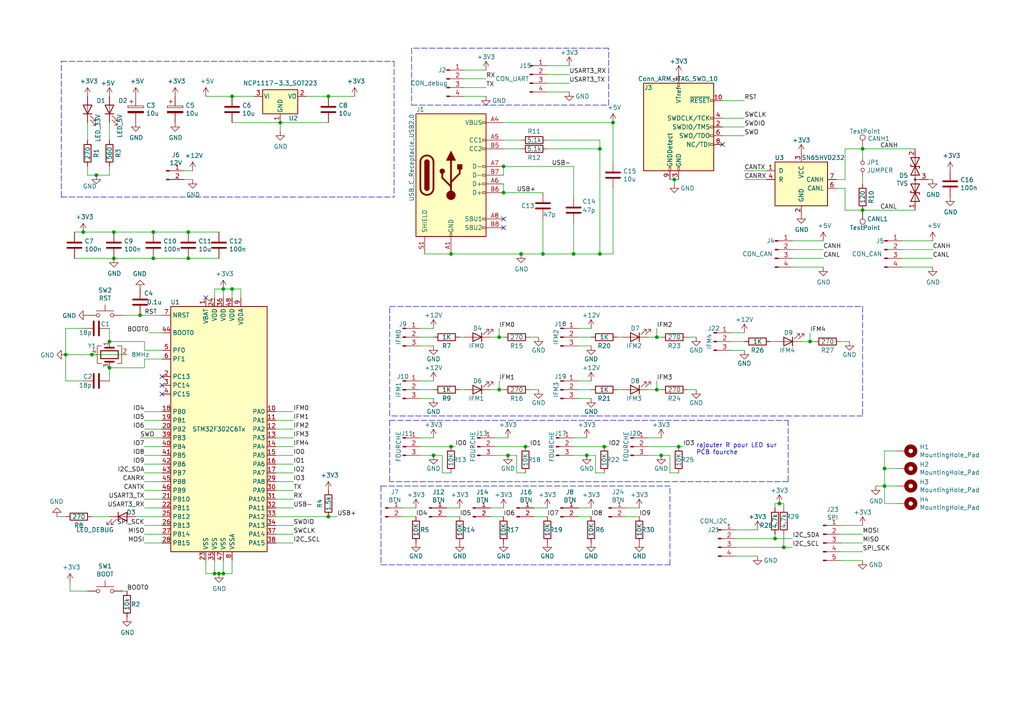
<source format=kicad_sch>
(kicad_sch (version 20211123) (generator eeschema)
  (paper "A4")
  (junction (at 175.26 129.54))
  (junction (at 81.28 35.56))
  (junction (at 144.78 113.03))
  (junction (at 177.8 35.56))
  (junction (at 234.95 99.06))
  (junction (at 256.54 135.89))
  (junction (at 125.73 132.08))
  (junction (at 190.5 97.79))
  (junction (at 151.13 73.66))
  (junction (at 19.05 102.87))
  (junction (at 195.58 52.07))
  (junction (at 227.33 158.75))
  (junction (at 173.99 73.66))
  (junction (at 95.25 27.94))
  (junction (at 33.02 74.93))
  (junction (at 196.85 129.54))
  (junction (at 67.31 27.94))
  (junction (at 250.19 43.18))
  (junction (at 67.31 83.82))
  (junction (at 64.77 166.37))
  (junction (at 31.75 106.68))
  (junction (at 44.45 74.93))
  (junction (at 40.64 91.44))
  (junction (at 64.77 83.82))
  (junction (at 147.32 132.08))
  (junction (at 27.94 50.8))
  (junction (at 250.19 60.96))
  (junction (at 173.99 43.18))
  (junction (at 54.61 67.31))
  (junction (at 157.48 73.66))
  (junction (at 44.45 67.31))
  (junction (at 31.75 99.06))
  (junction (at 144.78 97.79))
  (junction (at 54.61 74.93))
  (junction (at 170.18 132.08))
  (junction (at 190.5 113.03))
  (junction (at 62.23 166.37))
  (junction (at 33.02 67.31))
  (junction (at 146.05 55.88))
  (junction (at 63.5 166.37))
  (junction (at 256.54 140.97))
  (junction (at 24.13 67.31))
  (junction (at 152.4 129.54))
  (junction (at 26.67 102.87))
  (junction (at 224.79 156.21))
  (junction (at 95.25 149.86))
  (junction (at 166.37 73.66))
  (junction (at 146.05 48.26))
  (junction (at 226.06 146.05))
  (junction (at 191.77 132.08))
  (junction (at 130.81 73.66))
  (junction (at 130.81 129.54))
  (no_connect (at 146.05 66.04))
  (no_connect (at 59.69 86.36))
  (no_connect (at 146.05 63.5))
  (no_connect (at 46.99 114.3))
  (no_connect (at 209.55 41.91))
  (no_connect (at 46.99 109.22))
  (no_connect (at 46.99 111.76))
  (wire (pts (xy 46.99 152.4) (xy 41.91 152.4)))
  (wire (pts (xy 46.99 101.6) (xy 41.91 101.6)))
  (wire (pts (xy 256.54 135.89) (xy 256.54 140.97)))
  (wire (pts (xy 35.56 91.44) (xy 40.64 91.44)))
  (wire (pts (xy 173.99 43.18) (xy 173.99 73.66)))
  (wire (pts (xy 19.05 149.86) (xy 16.51 149.86)))
  (wire (pts (xy 167.64 110.49) (xy 171.45 110.49)))
  (wire (pts (xy 46.99 121.92) (xy 41.91 121.92)))
  (wire (pts (xy 80.01 129.54) (xy 85.09 129.54)))
  (polyline (pts (xy 194.31 163.83) (xy 194.31 140.97)))
  (wire (pts (xy 194.31 52.07) (xy 195.58 52.07)))
  (wire (pts (xy 167.64 147.32) (xy 171.45 147.32)))
  (wire (pts (xy 213.36 161.29) (xy 219.71 161.29)))
  (wire (pts (xy 229.87 77.47) (xy 238.76 77.47)))
  (polyline (pts (xy 113.03 120.65) (xy 113.03 88.9)))
  (wire (pts (xy 130.81 129.54) (xy 132.08 129.54)))
  (wire (pts (xy 172.72 137.16) (xy 175.26 137.16)))
  (polyline (pts (xy 113.03 88.9) (xy 250.19 88.9)))
  (wire (pts (xy 67.31 166.37) (xy 67.31 162.56)))
  (wire (pts (xy 121.92 129.54) (xy 130.81 129.54)))
  (wire (pts (xy 80.01 137.16) (xy 85.09 137.16)))
  (wire (pts (xy 36.83 102.87) (xy 26.67 102.87)))
  (wire (pts (xy 44.45 74.93) (xy 54.61 74.93)))
  (wire (pts (xy 53.34 49.53) (xy 55.88 49.53)))
  (wire (pts (xy 147.32 132.08) (xy 149.86 132.08)))
  (wire (pts (xy 222.25 52.07) (xy 215.9 52.07)))
  (polyline (pts (xy 176.53 30.48) (xy 176.53 13.97)))
  (wire (pts (xy 53.34 52.07) (xy 55.88 52.07)))
  (wire (pts (xy 143.51 129.54) (xy 152.4 129.54)))
  (polyline (pts (xy 17.78 57.15) (xy 114.3 57.15)))
  (wire (pts (xy 121.92 110.49) (xy 125.73 110.49)))
  (wire (pts (xy 234.95 99.06) (xy 234.95 96.52)))
  (wire (pts (xy 64.77 162.56) (xy 64.77 166.37)))
  (wire (pts (xy 40.64 91.44) (xy 46.99 91.44)))
  (wire (pts (xy 62.23 86.36) (xy 62.23 83.82)))
  (wire (pts (xy 250.19 50.8) (xy 250.19 53.34)))
  (wire (pts (xy 25.4 48.26) (xy 25.4 50.8)))
  (wire (pts (xy 179.07 113.03) (xy 180.34 113.03)))
  (wire (pts (xy 166.37 132.08) (xy 170.18 132.08)))
  (wire (pts (xy 121.92 97.79) (xy 125.73 97.79)))
  (wire (pts (xy 54.61 74.93) (xy 63.5 74.93)))
  (wire (pts (xy 19.05 95.25) (xy 19.05 102.87)))
  (wire (pts (xy 242.57 52.07) (xy 245.11 52.07)))
  (wire (pts (xy 243.84 99.06) (xy 246.38 99.06)))
  (wire (pts (xy 158.75 24.13) (xy 165.1 24.13)))
  (wire (pts (xy 59.69 166.37) (xy 62.23 166.37)))
  (wire (pts (xy 64.77 86.36) (xy 64.77 83.82)))
  (polyline (pts (xy 110.49 163.83) (xy 194.31 163.83)))
  (wire (pts (xy 33.02 67.31) (xy 44.45 67.31)))
  (wire (pts (xy 144.78 97.79) (xy 146.05 97.79)))
  (wire (pts (xy 195.58 52.07) (xy 196.85 52.07)))
  (wire (pts (xy 154.94 147.32) (xy 158.75 147.32)))
  (wire (pts (xy 261.62 72.39) (xy 270.51 72.39)))
  (wire (pts (xy 243.84 162.56) (xy 250.19 162.56)))
  (wire (pts (xy 121.92 127) (xy 125.73 127)))
  (wire (pts (xy 31.75 110.49) (xy 31.75 106.68)))
  (wire (pts (xy 167.64 149.86) (xy 171.45 149.86)))
  (wire (pts (xy 157.48 73.66) (xy 166.37 73.66)))
  (polyline (pts (xy 110.49 140.97) (xy 110.49 163.83)))
  (wire (pts (xy 190.5 97.79) (xy 190.5 95.25)))
  (wire (pts (xy 250.19 60.96) (xy 265.43 60.96)))
  (wire (pts (xy 39.37 149.86) (xy 46.99 149.86)))
  (wire (pts (xy 62.23 162.56) (xy 62.23 166.37)))
  (wire (pts (xy 194.31 132.08) (xy 194.31 137.16)))
  (wire (pts (xy 46.99 147.32) (xy 41.91 147.32)))
  (wire (pts (xy 261.62 74.93) (xy 270.51 74.93)))
  (wire (pts (xy 24.13 67.31) (xy 33.02 67.31)))
  (wire (pts (xy 181.61 149.86) (xy 185.42 149.86)))
  (wire (pts (xy 143.51 132.08) (xy 147.32 132.08)))
  (wire (pts (xy 80.01 127) (xy 85.09 127)))
  (wire (pts (xy 80.01 124.46) (xy 85.09 124.46)))
  (wire (pts (xy 142.24 97.79) (xy 144.78 97.79)))
  (wire (pts (xy 142.24 147.32) (xy 146.05 147.32)))
  (wire (pts (xy 46.99 154.94) (xy 41.91 154.94)))
  (wire (pts (xy 25.4 50.8) (xy 27.94 50.8)))
  (wire (pts (xy 172.72 132.08) (xy 172.72 137.16)))
  (wire (pts (xy 166.37 129.54) (xy 175.26 129.54)))
  (wire (pts (xy 209.55 39.37) (xy 215.9 39.37)))
  (wire (pts (xy 245.11 60.96) (xy 250.19 60.96)))
  (wire (pts (xy 234.95 99.06) (xy 236.22 99.06)))
  (wire (pts (xy 146.05 53.34) (xy 146.05 55.88)))
  (wire (pts (xy 243.84 154.94) (xy 250.19 154.94)))
  (wire (pts (xy 95.25 35.56) (xy 81.28 35.56)))
  (polyline (pts (xy 113.03 121.92) (xy 228.6 121.92)))
  (wire (pts (xy 80.01 149.86) (xy 95.25 149.86)))
  (wire (pts (xy 46.99 96.52) (xy 43.18 96.52)))
  (wire (pts (xy 95.25 149.86) (xy 97.79 149.86)))
  (wire (pts (xy 25.4 35.56) (xy 25.4 40.64)))
  (wire (pts (xy 167.64 115.57) (xy 171.45 115.57)))
  (wire (pts (xy 242.57 54.61) (xy 245.11 54.61)))
  (wire (pts (xy 26.67 102.87) (xy 19.05 102.87)))
  (wire (pts (xy 229.87 72.39) (xy 238.76 72.39)))
  (wire (pts (xy 245.11 43.18) (xy 250.19 43.18)))
  (wire (pts (xy 158.75 43.18) (xy 173.99 43.18)))
  (wire (pts (xy 187.96 97.79) (xy 190.5 97.79)))
  (wire (pts (xy 260.35 135.89) (xy 256.54 135.89)))
  (wire (pts (xy 261.62 77.47) (xy 270.51 77.47)))
  (wire (pts (xy 195.58 53.34) (xy 195.58 52.07)))
  (wire (pts (xy 24.13 95.25) (xy 19.05 95.25)))
  (wire (pts (xy 256.54 140.97) (xy 254 140.97)))
  (wire (pts (xy 80.01 132.08) (xy 85.09 132.08)))
  (wire (pts (xy 95.25 27.94) (xy 102.87 27.94)))
  (wire (pts (xy 167.64 97.79) (xy 171.45 97.79)))
  (wire (pts (xy 67.31 83.82) (xy 67.31 86.36)))
  (wire (pts (xy 116.84 149.86) (xy 120.65 149.86)))
  (wire (pts (xy 213.36 153.67) (xy 219.71 153.67)))
  (wire (pts (xy 177.8 73.66) (xy 177.8 54.61)))
  (wire (pts (xy 261.62 69.85) (xy 270.51 69.85)))
  (wire (pts (xy 243.84 160.02) (xy 250.19 160.02)))
  (polyline (pts (xy 110.49 140.97) (xy 194.31 140.97)))
  (wire (pts (xy 35.56 171.45) (xy 36.83 171.45)))
  (wire (pts (xy 125.73 132.08) (xy 128.27 132.08)))
  (wire (pts (xy 121.92 95.25) (xy 125.73 95.25)))
  (wire (pts (xy 88.9 27.94) (xy 95.25 27.94)))
  (wire (pts (xy 250.19 45.72) (xy 250.19 43.18)))
  (wire (pts (xy 177.8 35.56) (xy 177.8 46.99)))
  (wire (pts (xy 19.05 102.87) (xy 19.05 110.49)))
  (wire (pts (xy 232.41 99.06) (xy 234.95 99.06)))
  (polyline (pts (xy 17.78 17.78) (xy 114.3 17.78)))
  (wire (pts (xy 128.27 137.16) (xy 130.81 137.16)))
  (wire (pts (xy 54.61 67.31) (xy 63.5 67.31)))
  (wire (pts (xy 167.64 113.03) (xy 171.45 113.03)))
  (wire (pts (xy 59.69 162.56) (xy 59.69 166.37)))
  (wire (pts (xy 64.77 83.82) (xy 67.31 83.82)))
  (wire (pts (xy 134.62 25.4) (xy 140.97 25.4)))
  (wire (pts (xy 153.67 97.79) (xy 156.21 97.79)))
  (wire (pts (xy 25.4 171.45) (xy 20.32 171.45)))
  (polyline (pts (xy 176.53 13.97) (xy 119.38 13.97)))
  (wire (pts (xy 130.81 73.66) (xy 151.13 73.66)))
  (wire (pts (xy 59.69 27.94) (xy 67.31 27.94)))
  (wire (pts (xy 144.78 113.03) (xy 146.05 113.03)))
  (wire (pts (xy 64.77 166.37) (xy 67.31 166.37)))
  (wire (pts (xy 41.91 99.06) (xy 31.75 99.06)))
  (wire (pts (xy 250.19 43.18) (xy 265.43 43.18)))
  (wire (pts (xy 46.99 142.24) (xy 41.91 142.24)))
  (wire (pts (xy 27.94 50.8) (xy 31.75 50.8)))
  (wire (pts (xy 31.75 106.68) (xy 41.91 106.68)))
  (wire (pts (xy 80.01 134.62) (xy 85.09 134.62)))
  (wire (pts (xy 46.99 132.08) (xy 41.91 132.08)))
  (wire (pts (xy 157.48 63.5) (xy 157.48 73.66)))
  (wire (pts (xy 209.55 34.29) (xy 215.9 34.29)))
  (wire (pts (xy 31.75 50.8) (xy 31.75 48.26)))
  (wire (pts (xy 46.99 137.16) (xy 41.91 137.16)))
  (wire (pts (xy 181.61 147.32) (xy 185.42 147.32)))
  (wire (pts (xy 187.96 132.08) (xy 191.77 132.08)))
  (wire (pts (xy 190.5 97.79) (xy 191.77 97.79)))
  (wire (pts (xy 146.05 48.26) (xy 166.37 48.26)))
  (polyline (pts (xy 114.3 17.78) (xy 114.3 57.15)))
  (wire (pts (xy 146.05 43.18) (xy 151.13 43.18)))
  (wire (pts (xy 80.01 142.24) (xy 85.09 142.24)))
  (wire (pts (xy 46.99 157.48) (xy 41.91 157.48)))
  (wire (pts (xy 224.79 146.05) (xy 226.06 146.05)))
  (wire (pts (xy 222.25 49.53) (xy 215.9 49.53)))
  (wire (pts (xy 213.36 158.75) (xy 227.33 158.75)))
  (wire (pts (xy 245.11 54.61) (xy 245.11 60.96)))
  (wire (pts (xy 209.55 36.83) (xy 215.9 36.83)))
  (wire (pts (xy 213.36 156.21) (xy 224.79 156.21)))
  (polyline (pts (xy 119.38 13.97) (xy 119.38 30.48)))
  (wire (pts (xy 170.18 132.08) (xy 172.72 132.08)))
  (wire (pts (xy 227.33 146.05) (xy 227.33 147.32)))
  (wire (pts (xy 179.07 97.79) (xy 180.34 97.79)))
  (wire (pts (xy 46.99 134.62) (xy 41.91 134.62)))
  (wire (pts (xy 158.75 21.59) (xy 165.1 21.59)))
  (polyline (pts (xy 250.19 88.9) (xy 250.19 120.65)))
  (wire (pts (xy 44.45 67.31) (xy 54.61 67.31)))
  (polyline (pts (xy 228.6 139.7) (xy 113.03 139.7)))
  (wire (pts (xy 212.09 96.52) (xy 215.9 96.52)))
  (wire (pts (xy 129.54 147.32) (xy 133.35 147.32)))
  (wire (pts (xy 133.35 97.79) (xy 134.62 97.79)))
  (wire (pts (xy 149.86 137.16) (xy 152.4 137.16)))
  (wire (pts (xy 46.99 144.78) (xy 41.91 144.78)))
  (wire (pts (xy 21.59 67.31) (xy 24.13 67.31)))
  (wire (pts (xy 199.39 97.79) (xy 201.93 97.79)))
  (wire (pts (xy 151.13 73.66) (xy 157.48 73.66)))
  (wire (pts (xy 212.09 99.06) (xy 215.9 99.06)))
  (wire (pts (xy 144.78 113.03) (xy 144.78 110.49)))
  (wire (pts (xy 143.51 127) (xy 147.32 127)))
  (wire (pts (xy 256.54 146.05) (xy 260.35 146.05)))
  (wire (pts (xy 146.05 35.56) (xy 177.8 35.56)))
  (wire (pts (xy 166.37 73.66) (xy 173.99 73.66)))
  (wire (pts (xy 41.91 106.68) (xy 41.91 104.14)))
  (wire (pts (xy 224.79 147.32) (xy 224.79 146.05)))
  (wire (pts (xy 128.27 132.08) (xy 128.27 137.16)))
  (wire (pts (xy 44.45 74.93) (xy 33.02 74.93)))
  (wire (pts (xy 243.84 152.4) (xy 250.19 152.4)))
  (wire (pts (xy 166.37 127) (xy 170.18 127)))
  (wire (pts (xy 146.05 55.88) (xy 157.48 55.88)))
  (wire (pts (xy 31.75 95.25) (xy 31.75 99.06)))
  (wire (pts (xy 191.77 132.08) (xy 194.31 132.08)))
  (wire (pts (xy 199.39 113.03) (xy 201.93 113.03)))
  (wire (pts (xy 62.23 166.37) (xy 63.5 166.37)))
  (wire (pts (xy 80.01 154.94) (xy 85.09 154.94)))
  (wire (pts (xy 167.64 100.33) (xy 171.45 100.33)))
  (wire (pts (xy 80.01 121.92) (xy 85.09 121.92)))
  (wire (pts (xy 69.85 83.82) (xy 69.85 86.36)))
  (wire (pts (xy 175.26 129.54) (xy 176.53 129.54)))
  (wire (pts (xy 121.92 115.57) (xy 125.73 115.57)))
  (wire (pts (xy 81.28 35.56) (xy 81.28 38.1)))
  (wire (pts (xy 260.35 140.97) (xy 256.54 140.97)))
  (wire (pts (xy 80.01 157.48) (xy 85.09 157.48)))
  (polyline (pts (xy 228.6 121.92) (xy 228.6 139.7)))
  (wire (pts (xy 46.99 124.46) (xy 41.91 124.46)))
  (wire (pts (xy 173.99 73.66) (xy 177.8 73.66)))
  (wire (pts (xy 20.32 171.45) (xy 20.32 168.91)))
  (wire (pts (xy 209.55 29.21) (xy 215.9 29.21)))
  (wire (pts (xy 81.28 35.56) (xy 67.31 35.56)))
  (wire (pts (xy 144.78 97.79) (xy 144.78 95.25)))
  (wire (pts (xy 229.87 74.93) (xy 238.76 74.93)))
  (wire (pts (xy 227.33 154.94) (xy 227.33 158.75)))
  (wire (pts (xy 41.91 104.14) (xy 46.99 104.14)))
  (wire (pts (xy 194.31 137.16) (xy 196.85 137.16)))
  (wire (pts (xy 121.92 132.08) (xy 125.73 132.08)))
  (wire (pts (xy 116.84 147.32) (xy 120.65 147.32)))
  (wire (pts (xy 146.05 50.8) (xy 146.05 48.26)))
  (wire (pts (xy 245.11 52.07) (xy 245.11 43.18)))
  (wire (pts (xy 158.75 26.67) (xy 165.1 26.67)))
  (wire (pts (xy 243.84 157.48) (xy 250.19 157.48)))
  (wire (pts (xy 256.54 130.81) (xy 256.54 135.89)))
  (polyline (pts (xy 250.19 120.65) (xy 113.03 120.65)))
  (wire (pts (xy 134.62 22.86) (xy 140.97 22.86)))
  (wire (pts (xy 223.52 99.06) (xy 224.79 99.06)))
  (polyline (pts (xy 119.38 30.48) (xy 176.53 30.48)))
  (wire (pts (xy 80.01 147.32) (xy 85.09 147.32)))
  (wire (pts (xy 158.75 19.05) (xy 165.1 19.05)))
  (wire (pts (xy 67.31 83.82) (xy 69.85 83.82)))
  (wire (pts (xy 80.01 144.78) (xy 85.09 144.78)))
  (wire (pts (xy 154.94 149.86) (xy 158.75 149.86)))
  (wire (pts (xy 31.75 149.86) (xy 26.67 149.86)))
  (wire (pts (xy 226.06 146.05) (xy 227.33 146.05)))
  (wire (pts (xy 149.86 132.08) (xy 149.86 137.16)))
  (wire (pts (xy 152.4 129.54) (xy 153.67 129.54)))
  (wire (pts (xy 31.75 35.56) (xy 31.75 40.64)))
  (wire (pts (xy 121.92 100.33) (xy 125.73 100.33)))
  (wire (pts (xy 134.62 20.32) (xy 140.97 20.32)))
  (wire (pts (xy 80.01 139.7) (xy 85.09 139.7)))
  (wire (pts (xy 62.23 83.82) (xy 64.77 83.82)))
  (wire (pts (xy 167.64 95.25) (xy 171.45 95.25)))
  (wire (pts (xy 190.5 113.03) (xy 190.5 110.49)))
  (wire (pts (xy 229.87 69.85) (xy 238.76 69.85)))
  (wire (pts (xy 129.54 149.86) (xy 133.35 149.86)))
  (wire (pts (xy 142.24 113.03) (xy 144.78 113.03)))
  (polyline (pts (xy 113.03 121.92) (xy 113.03 139.7)))
  (wire (pts (xy 19.05 110.49) (xy 24.13 110.49)))
  (wire (pts (xy 166.37 64.77) (xy 166.37 73.66)))
  (wire (pts (xy 46.99 129.54) (xy 41.91 129.54)))
  (wire (pts (xy 196.85 129.54) (xy 198.12 129.54)))
  (wire (pts (xy 80.01 152.4) (xy 85.09 152.4)))
  (wire (pts (xy 187.96 129.54) (xy 196.85 129.54)))
  (wire (pts (xy 121.92 113.03) (xy 125.73 113.03)))
  (wire (pts (xy 80.01 119.38) (xy 85.09 119.38)))
  (wire (pts (xy 190.5 113.03) (xy 191.77 113.03)))
  (wire (pts (xy 260.35 130.81) (xy 256.54 130.81)))
  (wire (pts (xy 123.19 73.66) (xy 130.81 73.66)))
  (wire (pts (xy 269.24 52.07) (xy 270.51 52.07)))
  (wire (pts (xy 134.62 27.94) (xy 140.97 27.94)))
  (wire (pts (xy 41.91 101.6) (xy 41.91 99.06)))
  (wire (pts (xy 46.99 119.38) (xy 41.91 119.38)))
  (wire (pts (xy 46.99 139.7) (xy 41.91 139.7)))
  (wire (pts (xy 133.35 113.03) (xy 134.62 113.03)))
  (wire (pts (xy 166.37 48.26) (xy 166.37 57.15)))
  (wire (pts (xy 187.96 113.03) (xy 190.5 113.03)))
  (wire (pts (xy 153.67 113.03) (xy 156.21 113.03)))
  (wire (pts (xy 224.79 156.21) (xy 229.87 156.21)))
  (wire (pts (xy 67.31 27.94) (xy 73.66 27.94)))
  (wire (pts (xy 224.79 154.94) (xy 224.79 156.21)))
  (wire (pts (xy 63.5 166.37) (xy 64.77 166.37)))
  (wire (pts (xy 212.09 101.6) (xy 215.9 101.6)))
  (wire (pts (xy 173.99 40.64) (xy 173.99 43.18)))
  (wire (pts (xy 21.59 74.93) (xy 33.02 74.93)))
  (wire (pts (xy 46.99 127) (xy 40.64 127)))
  (wire (pts (xy 187.96 127) (xy 191.77 127)))
  (wire (pts (xy 158.75 40.64) (xy 173.99 40.64)))
  (wire (pts (xy 146.05 40.64) (xy 151.13 40.64)))
  (wire (pts (xy 256.54 140.97) (xy 256.54 146.05)))
  (wire (pts (xy 142.24 149.86) (xy 146.05 149.86)))
  (wire (pts (xy 227.33 158.75) (xy 229.87 158.75)))
  (polyline (pts (xy 17.78 57.15) (xy 17.78 17.78)))
  (text "rajouter R pour LED sur \nPCB fourche" (at 201.93 132.08 0) (effects (font (size 1.27 1.27)) (justify left bottom)))
  (label "CANRX" (at 41.91 139.7 180))
  (label "IO5" (at 41.91 121.92 180))
  (label "BOOT0" (at 43.18 96.52 180))
  (label "IO3" (at 198.12 129.54 0))
  (label "IFM2" (at 190.5 95.25 0))
  (label "IFM4" (at 234.95 96.52 0))
  (label "USART3_TX" (at 165.1 24.13 0))
  (label "CANH" (at 238.76 72.39 0))
  (label "MOSI" (at 250.19 154.94 0))
  (label "IO1" (at 153.67 129.54 0))
  (label "IO6" (at 146.05 149.86 0))
  (label "USB-" (at 160.02 48.26 0))
  (label "USART3_RX" (at 41.91 147.32 180))
  (label "IO9" (at 41.91 134.62 180))
  (label "MISO" (at 41.91 154.94 180))
  (label "TX" (at 140.97 25.4 0))
  (label "IFM0" (at 144.78 95.25 0))
  (label "IO4" (at 41.91 119.38 180))
  (label "I2C_SCL" (at 229.87 158.75 0))
  (label "USB+" (at 149.86 55.88 0))
  (label "RST" (at 41.91 91.44 0))
  (label "IO0" (at 132.08 129.54 0))
  (label "SWO" (at 215.9 39.37 0))
  (label "IFM1" (at 144.78 110.49 0))
  (label "IO9" (at 185.42 149.86 0))
  (label "SWO" (at 40.64 127 0))
  (label "IFM2" (at 85.09 124.46 0))
  (label "IFM0" (at 85.09 119.38 0))
  (label "CANL" (at 255.27 60.96 0))
  (label "SWCLK" (at 85.09 154.94 0))
  (label "CANRX" (at 215.9 52.07 0))
  (label "IFM3" (at 85.09 127 0))
  (label "USB+" (at 97.79 149.86 0))
  (label "IO8" (at 41.91 132.08 180))
  (label "IO2" (at 85.09 137.16 0))
  (label "SPI_SCK" (at 250.19 160.02 0))
  (label "SWCLK" (at 215.9 34.29 0))
  (label "USART3_TX" (at 41.91 144.78 180))
  (label "USB-" (at 85.09 147.32 0))
  (label "CANTX" (at 41.91 142.24 180))
  (label "IO7" (at 158.75 149.86 0))
  (label "IFM3" (at 190.5 110.49 0))
  (label "RST" (at 215.9 29.21 0))
  (label "I2C_SDA" (at 229.87 156.21 0))
  (label "IO4" (at 120.65 149.86 0))
  (label "IFM4" (at 85.09 129.54 0))
  (label "IO1" (at 85.09 134.62 0))
  (label "IO3" (at 85.09 139.7 0))
  (label "IO5" (at 133.35 149.86 0))
  (label "SWDIO" (at 85.09 152.4 0))
  (label "RX" (at 85.09 144.78 0))
  (label "I2C_SCL" (at 85.09 157.48 0))
  (label "SWDIO" (at 215.9 36.83 0))
  (label "TX" (at 85.09 142.24 0))
  (label "CANH" (at 255.27 43.18 0))
  (label "CANH" (at 270.51 72.39 0))
  (label "IO0" (at 85.09 132.08 0))
  (label "MOSI" (at 41.91 157.48 180))
  (label "USART3_RX" (at 165.1 21.59 0))
  (label "RX" (at 140.97 22.86 0))
  (label "IFM1" (at 85.09 121.92 0))
  (label "CANL" (at 238.76 74.93 0))
  (label "I2C_SDA" (at 41.91 137.16 180))
  (label "CANL" (at 270.51 74.93 0))
  (label "IO8" (at 171.45 149.86 0))
  (label "SPI_SCK" (at 41.91 152.4 180))
  (label "MISO" (at 250.19 157.48 0))
  (label "CANTX" (at 215.9 49.53 0))
  (label "IO7" (at 41.91 129.54 180))
  (label "IO6" (at 41.91 124.46 180))
  (label "BOOT0" (at 36.83 171.45 0))
  (label "IO2" (at 176.53 129.54 0))
  (symbol (lib_id "power:+5V") (at 39.37 27.94 0) (unit 1)
    (property "Reference" "#PWR08" (effects hide))
    (property "Value" "+5V" (at 39.751 23.5458 0))
  )
  (symbol (lib_id "power:+3.3V") (at 50.8 27.94 0) (unit 1)
    (property "Reference" "#PWR011" (effects hide))
    (property "Value" "+3.3V" (at 51.181 23.5458 0))
  )
  (symbol (lib_id "Device:CP") (at 39.37 31.75 0) (unit 1)
    (property "Reference" "C3" (at 42.3672 30.5816 0) (effects (justify left)))
    (property "Value" "10u" (at 42.3672 32.893 0) (effects (justify left)))
    (property "Footprint" "Capacitor_THT:CP_Radial_D4.0mm_P2.00mm" (effects hide))
  )
  (symbol (lib_id "Device:CP") (at 50.8 31.75 0) (unit 1)
    (property "Reference" "C5" (at 53.7972 30.5816 0) (effects (justify left)))
    (property "Value" "10u" (at 53.7972 32.893 0) (effects (justify left)))
    (property "Footprint" "Capacitor_THT:CP_Radial_D4.0mm_P2.00mm" (effects hide))
  )
  (symbol (lib_id "power:GND") (at 39.37 35.56 0) (unit 1)
    (property "Reference" "#PWR09" (effects hide))
    (property "Value" "GND" (at 39.497 39.9542 0))
  )
  (symbol (lib_id "power:GND") (at 50.8 35.56 0) (unit 1)
    (property "Reference" "#PWR012" (effects hide))
    (property "Value" "GND" (at 50.927 39.9542 0))
  )
  (symbol (lib_id "Regulator_Linear:NCP1117-3.3_SOT223") (at 81.28 27.94 0) (unit 1)
    (property "Reference" "U2" (at 85.09 34.29 0))
    (property "Value" "NCP1117-3.3_SOT223" (at 81.28 24.1046 0))
    (property "Footprint" "Package_TO_SOT_SMD:SOT-223-3_TabPin2" (effects hide))
    (property "Datasheet" "http://www.onsemi.com/pub_link/Collateral/NCP1117-D.PDF" (effects hide))
  )
  (symbol (lib_id "power:+5V") (at 59.69 27.94 0) (unit 1)
    (property "Reference" "#PWR013" (effects hide))
    (property "Value" "+5V" (at 60.071 23.5458 0))
  )
  (symbol (lib_id "Device:C") (at 67.31 31.75 0) (unit 1)
    (property "Reference" "C6" (at 70.231 30.5816 0) (effects (justify left)))
    (property "Value" "10u" (at 70.231 32.893 0) (effects (justify left)))
    (property "Footprint" "Capacitor_SMD:C_0805_2012Metric" (effects hide))
  )
  (symbol (lib_id "Device:C") (at 95.25 31.75 0) (unit 1)
    (property "Reference" "C8" (at 98.171 30.5816 0) (effects (justify left)))
    (property "Value" "10u" (at 98.171 32.893 0) (effects (justify left)))
    (property "Footprint" "Capacitor_SMD:C_0805_2012Metric" (effects hide))
  )
  (symbol (lib_id "power:+3.3V") (at 102.87 27.94 0) (unit 1)
    (property "Reference" "#PWR020" (effects hide))
    (property "Value" "+3.3V" (at 103.251 23.5458 0))
  )
  (symbol (lib_id "power:GND") (at 81.28 38.1 0) (unit 1)
    (property "Reference" "#PWR016" (effects hide))
    (property "Value" "GND" (at 81.407 42.4942 0))
  )
  (symbol (lib_id "Device:C") (at 177.8 50.8 0) (unit 1)
    (property "Reference" "C15" (at 180.721 49.6316 0) (effects (justify left)))
    (property "Value" "10u" (at 180.721 51.943 0) (effects (justify left)))
    (property "Footprint" "Capacitor_SMD:C_0805_2012Metric" (effects hide))
  )
  (symbol (lib_id "power:GND") (at 151.13 73.66 0) (unit 1)
    (property "Reference" "#PWR024" (effects hide))
    (property "Value" "GND" (at 151.257 78.0542 0))
  )
  (symbol (lib_id "Device:C") (at 157.48 59.69 0) (unit 1)
    (property "Reference" "C13" (at 151.13 59.69 0) (effects (justify left)))
    (property "Value" "47p" (at 157.48 62.23 0) (effects (justify left)))
    (property "Footprint" "Capacitor_SMD:C_0805_2012Metric" (effects hide))
  )
  (symbol (lib_id "Device:C") (at 166.37 60.96 0) (unit 1)
    (property "Reference" "C14" (at 168.91 58.42 0) (effects (justify left)))
    (property "Value" "47p" (at 168.91 60.96 0) (effects (justify left)))
    (property "Footprint" "Capacitor_SMD:C_0805_2012Metric" (effects hide))
  )
  (symbol (lib_id "power:+5V") (at 177.8 35.56 0) (unit 1)
    (property "Reference" "#PWR028" (effects hide))
    (property "Value" "+5V" (at 178.181 31.1658 0))
  )
  (symbol (lib_id "Switch:SW_Push") (at 30.48 91.44 0) (unit 1)
    (property "Reference" "SW2" (at 30.48 84.201 0))
    (property "Value" "RST" (at 30.48 86.5124 0))
    (property "Footprint" "Button_Switch_SMD:SW_SPST_CK_RS282G05A3" (effects hide))
  )
  (symbol (lib_id "Switch:SW_Push") (at 30.48 171.45 0) (unit 1)
    (property "Reference" "SW1" (at 30.48 164.211 0))
    (property "Value" "BOOT" (at 30.48 166.5224 0))
    (property "Footprint" "Button_Switch_SMD:SW_SPST_CK_RS282G05A3" (effects hide))
  )
  (symbol (lib_id "Device:R") (at 36.83 175.26 180) (unit 1)
    (property "Reference" "R2" (at 39.37 175.26 0))
    (property "Value" "10k" (at 36.83 175.26 90))
    (property "Footprint" "Resistor_SMD:R_0805_2012Metric" (effects hide))
  )
  (symbol (lib_id "power:+3.3V") (at 64.77 83.82 0) (unit 1)
    (property "Reference" "#PWR015" (effects hide))
    (property "Value" "+3.3V" (at 65.151 79.4258 0))
  )
  (symbol (lib_id "power:+3.3V") (at 20.32 168.91 0) (unit 1)
    (property "Reference" "#PWR01" (effects hide))
    (property "Value" "+3.3V" (at 20.701 164.5158 0))
  )
  (symbol (lib_id "Device:Crystal_GND24") (at 31.75 102.87 270) (unit 1)
    (property "Reference" "Y1" (at 25.4 100.33 90) (effects (justify left)))
    (property "Value" "8MHz" (at 38.1 102.87 90) (effects (justify left)))
    (property "Footprint" "Crystal:Crystal_SMD_5032-4Pin_5.0x3.2mm" (effects hide))
  )
  (symbol (lib_id "Device:C") (at 27.94 95.25 270) (unit 1)
    (property "Reference" "C1" (at 29.21 93.98 90) (effects (justify left)))
    (property "Value" "18p" (at 22.86 96.52 90) (effects (justify left)))
    (property "Footprint" "Capacitor_SMD:C_0805_2012Metric_Pad1.18x1.45mm_HandSolder" (effects hide))
  )
  (symbol (lib_id "Device:C") (at 27.94 110.49 270) (unit 1)
    (property "Reference" "C2" (at 24.13 109.22 90) (effects (justify left)))
    (property "Value" "18p" (at 22.86 111.76 90) (effects (justify left)))
    (property "Footprint" "Capacitor_SMD:C_0805_2012Metric_Pad1.18x1.45mm_HandSolder" (effects hide))
  )
  (symbol (lib_id "power:GND") (at 19.05 102.87 270) (unit 1)
    (property "Reference" "#PWR02" (effects hide))
    (property "Value" "GND" (at 15.7988 102.997 90) (effects (justify right)))
  )
  (symbol (lib_id "power:GND") (at 25.4 91.44 270) (unit 1)
    (property "Reference" "#PWR04" (effects hide))
    (property "Value" "GND" (at 22.1488 91.567 90) (effects (justify right)))
  )
  (symbol (lib_id "Device:C") (at 40.64 87.63 180) (unit 1)
    (property "Reference" "C4" (at 44.45 85.09 0) (effects (justify left)))
    (property "Value" "0.1u" (at 46.99 87.63 0) (effects (justify left)))
    (property "Footprint" "Capacitor_SMD:C_0805_2012Metric" (effects hide))
  )
  (symbol (lib_id "power:GND") (at 40.64 83.82 180) (unit 1)
    (property "Reference" "#PWR010" (effects hide))
    (property "Value" "GND" (at 40.513 79.4258 0))
  )
  (symbol (lib_id "Device:C") (at 21.59 71.12 0) (unit 1)
    (property "Reference" "C7" (at 24.511 69.9516 0) (effects (justify left)))
    (property "Value" "100n" (at 24.511 72.263 0) (effects (justify left)))
    (property "Footprint" "Capacitor_SMD:C_0805_2012Metric" (effects hide))
  )
  (symbol (lib_id "Device:C") (at 33.02 71.12 0) (unit 1)
    (property "Reference" "C9" (at 35.941 69.9516 0) (effects (justify left)))
    (property "Value" "100n" (at 35.941 72.263 0) (effects (justify left)))
    (property "Footprint" "Capacitor_SMD:C_0805_2012Metric" (effects hide))
  )
  (symbol (lib_id "Device:C") (at 44.45 71.12 0) (unit 1)
    (property "Reference" "C10" (at 47.371 69.9516 0) (effects (justify left)))
    (property "Value" "100n" (at 47.371 72.263 0) (effects (justify left)))
    (property "Footprint" "Capacitor_SMD:C_0805_2012Metric" (effects hide))
  )
  (symbol (lib_id "MCU_ST_STM32F3:STM32F302C6Tx") (at 64.77 124.46 0) (unit 1)
    (property "Reference" "U1" (at 50.8 87.63 0))
    (property "Value" "STM32F302C6Tx" (at 63.5 124.46 0))
    (property "Footprint" "Package_QFP:LQFP-48_7x7mm_P0.5mm" (effects hide))
    (property "Datasheet" "http://www.st.com/st-web-ui/static/active/en/resource/technical/document/datasheet/DM00093333.pdf" (effects hide))
  )
  (symbol (lib_id "power:+3.3V") (at 24.13 67.31 0) (unit 1)
    (property "Reference" "#PWR017" (effects hide))
    (property "Value" "+3.3V" (at 24.511 62.9158 0))
  )
  (symbol (lib_id "power:GND") (at 33.02 74.93 0) (unit 1)
    (property "Reference" "#PWR018" (effects hide))
    (property "Value" "GND" (at 33.147 79.3242 0))
  )
  (symbol (lib_id "Interface_CAN_LIN:SN65HVD232") (at 232.41 52.07 0) (unit 1)
    (property "Reference" "U3" (at 226.06 45.72 0))
    (property "Value" "SN65HVD232" (at 238.76 45.72 0))
    (property "Footprint" "Package_SO:SOIC-8_3.9x4.9mm_P1.27mm" (effects hide))
    (property "Datasheet" "http://www.ti.com/lit/ds/symlink/sn65hvd230.pdf" (effects hide))
  )
  (symbol (lib_id "Device:D_TVS_x2_AAC") (at 265.43 52.07 90) (unit 1)
    (property "Reference" "D5" (at 263.4234 50.9016 90) (effects (justify left)))
    (property "Value" "TVS" (at 263.4234 53.213 90) (effects (justify left)))
    (property "Footprint" "Package_TO_SOT_SMD:SOT-23" (effects hide))
  )
  (symbol (lib_id "Connector:TestPoint") (at 250.19 43.18 0) (unit 1)
    (property "Reference" "CANH1" (at 251.6632 40.1828 0) (effects (justify left)))
    (property "Value" "TestPoint" (at 246.38 38.1 0) (effects (justify left)))
    (property "Footprint" "TestPoint:TestPoint_Loop_D1.80mm_Drill1.0mm_Beaded" (effects hide))
  )
  (symbol (lib_id "Connector:TestPoint") (at 250.19 60.96 180) (unit 1)
    (property "Reference" "CANL1" (at 251.46 63.5 0) (effects (justify right)))
    (property "Value" "TestPoint" (at 246.38 66.04 0) (effects (justify right)))
    (property "Footprint" "TestPoint:TestPoint_Loop_D1.80mm_Drill1.0mm_Beaded" (effects hide))
  )
  (symbol (lib_id "power:GND") (at 270.51 52.07 0) (unit 1)
    (property "Reference" "#PWR037" (effects hide))
    (property "Value" "GND" (at 270.637 56.4642 0))
  )
  (symbol (lib_id "Device:C") (at 275.59 53.34 0) (unit 1)
    (property "Reference" "C16" (at 278.511 52.1716 0) (effects (justify left)))
    (property "Value" "100n" (at 278.511 54.483 0) (effects (justify left)))
    (property "Footprint" "Capacitor_SMD:C_0805_2012Metric" (effects hide))
  )
  (symbol (lib_id "IO_Board_V1-rescue:USB_C_Receptacle_USB2.0-Connector") (at 130.81 50.8 0) (unit 1)
    (property "Reference" "J1" (at 121.92 31.75 0))
    (property "Value" "USB_C_Receptacle_USB2.0" (at 119.38 45.72 90))
    (property "Footprint" "Connector_USB:USB_C_Receptacle_GCT_USB4085" (effects hide))
    (property "Datasheet" "https://www.usb.org/sites/default/files/documents/usb_type-c.zip" (effects hide))
  )
  (symbol (lib_id "power:GND") (at 275.59 57.15 0) (unit 1)
    (property "Reference" "#PWR039" (effects hide))
    (property "Value" "GND" (at 275.717 61.5442 0))
  )
  (symbol (lib_id "power:+3.3V") (at 275.59 49.53 0) (unit 1)
    (property "Reference" "#PWR038" (effects hide))
    (property "Value" "+3.3V" (at 275.971 45.1358 0))
  )
  (symbol (lib_id "power:+3.3V") (at 232.41 44.45 0) (unit 1)
    (property "Reference" "#PWR031" (effects hide))
    (property "Value" "+3.3V" (at 232.41 40.64 0))
  )
  (symbol (lib_id "power:GND") (at 232.41 62.23 0) (unit 1)
    (property "Reference" "#PWR032" (effects hide))
    (property "Value" "GND" (at 232.537 66.6242 0))
  )
  (symbol (lib_id "Connector:Conn_01x04_Male") (at 224.79 72.39 0) (unit 1)
    (property "Reference" "J4" (at 223.52 69.85 0))
    (property "Value" "CON_CAN" (at 219.71 73.66 0))
    (property "Footprint" "AREA_lib_Connector:690367290476" (effects hide))
  )
  (symbol (lib_id "power:+5V") (at 238.76 69.85 0) (unit 1)
    (property "Reference" "#PWR033" (effects hide))
    (property "Value" "+5V" (at 239.141 65.4558 0))
  )
  (symbol (lib_id "power:GND") (at 238.76 77.47 0) (unit 1)
    (property "Reference" "#PWR034" (effects hide))
    (property "Value" "GND" (at 238.887 81.8642 0))
  )
  (symbol (lib_id "Mechanical:MountingHole_Pad") (at 262.89 130.81 270) (unit 1)
    (property "Reference" "H1" (at 266.7 129.6416 90) (effects (justify left)))
    (property "Value" "MountingHole_Pad" (at 266.7 131.953 90) (effects (justify left)))
    (property "Footprint" "MountingHole:MountingHole_3.2mm_M3_Pad_Via" (effects hide))
  )
  (symbol (lib_id "Mechanical:MountingHole_Pad") (at 262.89 135.89 270) (unit 1)
    (property "Reference" "H2" (at 266.7 134.7216 90) (effects (justify left)))
    (property "Value" "MountingHole_Pad" (at 266.7 137.033 90) (effects (justify left)))
    (property "Footprint" "MountingHole:MountingHole_3.2mm_M3_Pad_Via" (effects hide))
  )
  (symbol (lib_id "Mechanical:MountingHole_Pad") (at 262.89 140.97 270) (unit 1)
    (property "Reference" "H3" (at 266.7 139.8016 90) (effects (justify left)))
    (property "Value" "MountingHole_Pad" (at 266.7 142.113 90) (effects (justify left)))
    (property "Footprint" "MountingHole:MountingHole_3.2mm_M3_Pad_Via" (effects hide))
  )
  (symbol (lib_id "Mechanical:MountingHole_Pad") (at 262.89 146.05 270) (unit 1)
    (property "Reference" "H4" (at 266.7 144.8816 90) (effects (justify left)))
    (property "Value" "MountingHole_Pad" (at 266.7 147.193 90) (effects (justify left)))
    (property "Footprint" "MountingHole:MountingHole_3.2mm_M3_Pad_Via" (effects hide))
  )
  (symbol (lib_id "power:GND") (at 254 140.97 0) (unit 1)
    (property "Reference" "#PWR040" (effects hide))
    (property "Value" "GND" (at 254.127 145.3642 0))
  )
  (symbol (lib_id "Connector:Conn_01x04_Male") (at 256.54 72.39 0) (unit 1)
    (property "Reference" "J5" (at 255.27 69.85 0))
    (property "Value" "CON_CAN" (at 251.46 73.66 0))
    (property "Footprint" "AREA_lib_Connector:690367290476" (effects hide))
  )
  (symbol (lib_id "power:+5V") (at 270.51 69.85 0) (unit 1)
    (property "Reference" "#PWR035" (effects hide))
    (property "Value" "+5V" (at 270.891 65.4558 0))
  )
  (symbol (lib_id "power:GND") (at 270.51 77.47 0) (unit 1)
    (property "Reference" "#PWR036" (effects hide))
    (property "Value" "GND" (at 270.637 81.8642 0))
  )
  (symbol (lib_id "Device:R") (at 250.19 57.15 180) (unit 1)
    (property "Reference" "R10" (at 252.73 57.15 90))
    (property "Value" "120" (at 250.19 57.15 90))
    (property "Footprint" "Resistor_SMD:R_0805_2012Metric" (effects hide))
  )
  (symbol (lib_id "Device:Jumper_NO_Small") (at 250.19 48.26 270) (unit 1)
    (property "Reference" "JP1" (at 251.4092 47.0916 90) (effects (justify left)))
    (property "Value" "JUMPER" (at 251.4092 49.403 90) (effects (justify left)))
    (property "Footprint" "Connector_PinHeader_2.54mm:PinHeader_1x02_P2.54mm_Vertical" (effects hide))
  )
  (symbol (lib_id "Device:LED") (at 31.75 31.75 90) (unit 1)
    (property "Reference" "D2" (at 34.29 29.21 90) (effects (justify right)))
    (property "Value" "LED_5V" (at 34.7472 33.0708 0) (effects (justify right)))
    (property "Footprint" "LED_SMD:LED_0805_2012Metric" (effects hide))
  )
  (symbol (lib_id "Device:R") (at 31.75 44.45 180) (unit 1)
    (property "Reference" "R3" (at 34.29 44.45 90))
    (property "Value" "560" (at 31.75 44.45 90))
    (property "Footprint" "Resistor_SMD:R_0805_2012Metric" (effects hide))
  )
  (symbol (lib_id "power:+5V") (at 31.75 27.94 0) (unit 1)
    (property "Reference" "#PWR07" (effects hide))
    (property "Value" "+5V" (at 29.21 24.13 0) (effects (justify left)))
  )
  (symbol (lib_id "power:GND") (at 27.94 50.8 0) (unit 1)
    (property "Reference" "#PWR05" (effects hide))
    (property "Value" "GND" (at 28.067 54.0512 0) (effects (justify right)))
  )
  (symbol (lib_id "Device:LED") (at 25.4 31.75 90) (unit 1)
    (property "Reference" "D1" (at 27.94 29.21 90) (effects (justify right)))
    (property "Value" "LED_33V" (at 28.3972 33.0708 0) (effects (justify right)))
    (property "Footprint" "LED_SMD:LED_0805_2012Metric" (effects hide))
  )
  (symbol (lib_id "Device:R") (at 25.4 44.45 180) (unit 1)
    (property "Reference" "R1" (at 27.94 44.45 90))
    (property "Value" "270" (at 25.4 44.45 90))
    (property "Footprint" "Resistor_SMD:R_0805_2012Metric" (effects hide))
  )
  (symbol (lib_id "power:+3.3V") (at 25.4 27.94 0) (unit 1)
    (property "Reference" "#PWR03" (effects hide))
    (property "Value" "+3.3V" (at 25.781 23.5458 0))
  )
  (symbol (lib_id "power:+3.3V") (at 140.97 20.32 0) (unit 1)
    (property "Reference" "#PWR025" (effects hide))
    (property "Value" "+3.3V" (at 140.97 16.51 0))
  )
  (symbol (lib_id "power:GND") (at 140.97 27.94 0) (unit 1)
    (property "Reference" "#PWR026" (effects hide))
    (property "Value" "GND" (at 144.78 29.21 0))
  )
  (symbol (lib_id "Device:LED") (at 35.56 149.86 0) (unit 1)
    (property "Reference" "D3" (at 39.37 148.59 0) (effects (justify right)))
    (property "Value" "LED_DEBUG" (at 33.02 153.67 0) (effects (justify right)))
    (property "Footprint" "LED_SMD:LED_0805_2012Metric" (effects hide))
  )
  (symbol (lib_id "Device:R") (at 22.86 149.86 90) (unit 1)
    (property "Reference" "R8" (at 22.86 152.4 90))
    (property "Value" "270" (at 22.86 149.86 90))
    (property "Footprint" "Resistor_SMD:R_0805_2012Metric" (effects hide))
  )
  (symbol (lib_id "power:GND") (at 16.51 149.86 180) (unit 1)
    (property "Reference" "#PWR021" (effects hide))
    (property "Value" "GND" (at 16.383 145.4658 0))
  )
  (symbol (lib_id "Device:R") (at 154.94 40.64 90) (unit 1)
    (property "Reference" "R11" (at 154.94 38.1 90))
    (property "Value" "5.1k" (at 154.94 40.64 90))
    (property "Footprint" "Resistor_SMD:R_0805_2012Metric" (effects hide))
  )
  (symbol (lib_id "Device:R") (at 154.94 43.18 90) (unit 1)
    (property "Reference" "R12" (at 154.94 45.72 90))
    (property "Value" "5.1k" (at 154.94 43.18 90))
    (property "Footprint" "Resistor_SMD:R_0805_2012Metric" (effects hide))
  )
  (symbol (lib_id "power:GND") (at 36.83 179.07 0) (unit 1)
    (property "Reference" "#PWR06" (effects hide))
    (property "Value" "GND" (at 36.957 183.4642 0))
  )
  (symbol (lib_id "power:GND") (at 63.5 166.37 0) (unit 1)
    (property "Reference" "#PWR014" (effects hide))
    (property "Value" "GND" (at 63.627 170.7642 0))
  )
  (symbol (lib_id "power:+3.3V") (at 165.1 19.05 0) (unit 1)
    (property "Reference" "#PWR060" (effects hide))
    (property "Value" "+3.3V" (at 165.1 15.24 0))
  )
  (symbol (lib_id "power:GND") (at 165.1 26.67 0) (unit 1)
    (property "Reference" "#PWR061" (effects hide))
    (property "Value" "GND" (at 168.91 27.94 0))
  )
  (symbol (lib_id "Connector:Conn_01x04_Male") (at 153.67 21.59 0) (unit 1)
    (property "Reference" "J15" (at 152.4 19.05 0))
    (property "Value" "CON_UART" (at 148.59 22.86 0))
    (property "Footprint" "AREA_lib_Connector:Wuerth_2.54mm_4pins_61900411121" (effects hide))
  )
  (symbol (lib_id "power:+3.3V") (at 219.71 153.67 0) (unit 1)
    (property "Reference" "#PWR070" (effects hide))
    (property "Value" "+3.3V" (at 219.71 149.86 0))
  )
  (symbol (lib_id "power:GND") (at 219.71 161.29 0) (unit 1)
    (property "Reference" "#PWR071" (effects hide))
    (property "Value" "GND" (at 223.52 162.56 0))
  )
  (symbol (lib_id "Connector:Conn_01x04_Male") (at 208.28 156.21 0) (unit 1)
    (property "Reference" "J21" (at 207.01 153.67 0))
    (property "Value" "CON_I2C" (at 207.01 151.13 0))
    (property "Footprint" "AREA_lib_Connector:Wuerth_2.54mm_4pins_61900411121" (effects hide))
  )
  (symbol (lib_id "power:+3.3V") (at 250.19 152.4 0) (unit 1)
    (property "Reference" "#PWR076" (effects hide))
    (property "Value" "+3.3V" (at 250.19 148.59 0))
  )
  (symbol (lib_id "power:GND") (at 250.19 162.56 0) (unit 1)
    (property "Reference" "#PWR077" (effects hide))
    (property "Value" "GND" (at 254 163.83 0))
  )
  (symbol (lib_id "Connector:Conn_01x05_Male") (at 238.76 157.48 0) (unit 1)
    (property "Reference" "J23" (at 241.5032 147.8026 0))
    (property "Value" "SPI" (at 241.5032 150.114 0))
    (property "Footprint" "AREA_lib_Connector:Wuerth_2.54mm_5pins_61900511121" (effects hide))
  )
  (symbol (lib_id "Device:R") (at 95.25 146.05 0) (unit 1)
    (property "Reference" "R4" (at 92.71 146.05 90))
    (property "Value" "1.5k" (at 95.25 146.05 90))
    (property "Footprint" "Resistor_SMD:R_0805_2012Metric" (effects hide))
  )
  (symbol (lib_id "power:+3.3V") (at 95.25 142.24 0) (unit 1)
    (property "Reference" "#PWR019" (effects hide))
    (property "Value" "+3.3V" (at 95.631 137.8458 0))
  )
  (symbol (lib_id "Connector:Conn_ARM_JTAG_SWD_10") (at 196.85 36.83 0) (unit 1)
    (property "Reference" "J3" (at 189.23 25.4 0) (effects (justify right)))
    (property "Value" "Conn_ARM_JTAG_SWD_10" (at 208.28 22.86 0) (effects (justify right)))
    (property "Footprint" "Connector_PinHeader_1.27mm:PinHeader_2x05_P1.27mm_Vertical" (effects hide))
    (property "Datasheet" "http://infocenter.arm.com/help/topic/com.arm.doc.ddi0314h/DDI0314H_coresight_components_trm.pdf" (effects hide))
  )
  (symbol (lib_id "Connector:Conn_01x02_Male") (at 48.26 49.53 0) (unit 1)
    (property "Reference" "J6" (at 51.0032 44.9326 0))
    (property "Value" "12V" (at 51.0032 47.244 0))
    (property "Footprint" "AREA_lib_Connector:Wuerth_2.54mm_2pins_61900211121" (effects hide))
  )
  (symbol (lib_id "power:+12V") (at 55.88 49.53 0) (unit 1)
    (property "Reference" "#PWR022" (effects hide))
    (property "Value" "+12V" (at 56.261 45.1358 0))
  )
  (symbol (lib_id "power:GND") (at 55.88 52.07 0) (unit 1)
    (property "Reference" "#PWR023" (effects hide))
    (property "Value" "GND" (at 56.007 56.4642 0))
  )
  (symbol (lib_id "Connector:Conn_01x03_Male") (at 116.84 97.79 0) (unit 1)
    (property "Reference" "J9" (at 116.84 93.98 0))
    (property "Value" "IFM0" (at 115.57 97.79 90))
    (property "Footprint" "AREA_lib_Connector:Wuerth_2.54mm_3pins_61900311121" (effects hide))
  )
  (symbol (lib_id "power:+3.3V") (at 196.85 21.59 0) (unit 1)
    (property "Reference" "#PWR030" (effects hide))
    (property "Value" "+3.3V" (at 196.85 17.78 0))
  )
  (symbol (lib_id "power:GND") (at 195.58 53.34 0) (unit 1)
    (property "Reference" "#PWR029" (effects hide))
    (property "Value" "GND" (at 199.39 54.61 0))
  )
  (symbol (lib_id "power:+12V") (at 125.73 95.25 0) (unit 1)
    (property "Reference" "#PWR044" (effects hide))
    (property "Value" "+12V" (at 125.73 91.44 0))
  )
  (symbol (lib_id "Connector:Conn_01x04_Male") (at 129.54 22.86 0) (unit 1)
    (property "Reference" "J2" (at 128.27 20.32 0))
    (property "Value" "CON_debug" (at 124.46 24.13 0))
    (property "Footprint" "AREA_lib_Connector:Wuerth_2.54mm_4pins_61900411121" (effects hide))
  )
  (symbol (lib_id "power:GND") (at 125.73 100.33 0) (unit 1)
    (property "Reference" "#PWR045" (effects hide))
    (property "Value" "GND" (at 125.73 104.14 0))
  )
  (symbol (lib_id "Device:R") (at 129.54 97.79 90) (unit 1)
    (property "Reference" "R7" (at 129.54 100.33 90))
    (property "Value" "1K" (at 129.54 97.79 90))
    (property "Footprint" "Resistor_SMD:R_0805_2012Metric" (effects hide))
  )
  (symbol (lib_id "Device:R") (at 149.86 97.79 90) (unit 1)
    (property "Reference" "R15" (at 149.86 100.33 90))
    (property "Value" "270" (at 149.86 97.79 90))
    (property "Footprint" "Resistor_SMD:R_0805_2012Metric" (effects hide))
  )
  (symbol (lib_id "power:GND") (at 156.21 97.79 0) (unit 1)
    (property "Reference" "#PWR056" (effects hide))
    (property "Value" "GND" (at 156.21 101.6 0))
  )
  (symbol (lib_id "Device:R") (at 224.79 151.13 0) (unit 1)
    (property "Reference" "R28" (at 222.25 152.4 0))
    (property "Value" "4.7k" (at 224.79 151.13 90))
    (property "Footprint" "Resistor_SMD:R_0805_2012Metric" (effects hide))
  )
  (symbol (lib_id "Device:LED") (at 138.43 97.79 180) (unit 1)
    (property "Reference" "D4" (at 137.16 95.25 0) (effects (justify right)))
    (property "Value" "IFM0" (at 135.89 100.33 0) (effects (justify right)))
    (property "Footprint" "LED_SMD:LED_0805_2012Metric" (effects hide))
  )
  (symbol (lib_id "Connector:Conn_01x03_Male") (at 116.84 113.03 0) (unit 1)
    (property "Reference" "J10" (at 116.84 109.22 0))
    (property "Value" "IFM1" (at 115.57 113.03 90))
    (property "Footprint" "AREA_lib_Connector:Wuerth_2.54mm_3pins_61900311121" (effects hide))
  )
  (symbol (lib_id "power:+12V") (at 125.73 110.49 0) (unit 1)
    (property "Reference" "#PWR046" (effects hide))
    (property "Value" "+12V" (at 125.73 106.68 0))
  )
  (symbol (lib_id "power:GND") (at 125.73 115.57 0) (unit 1)
    (property "Reference" "#PWR047" (effects hide))
    (property "Value" "GND" (at 125.73 119.38 0))
  )
  (symbol (lib_id "Device:R") (at 129.54 113.03 90) (unit 1)
    (property "Reference" "R9" (at 129.54 115.57 90))
    (property "Value" "1K" (at 129.54 113.03 90))
    (property "Footprint" "Resistor_SMD:R_0805_2012Metric" (effects hide))
  )
  (symbol (lib_id "Device:R") (at 149.86 113.03 90) (unit 1)
    (property "Reference" "R16" (at 149.86 115.57 90))
    (property "Value" "270" (at 149.86 113.03 90))
    (property "Footprint" "Resistor_SMD:R_0805_2012Metric" (effects hide))
  )
  (symbol (lib_id "power:GND") (at 156.21 113.03 0) (unit 1)
    (property "Reference" "#PWR057" (effects hide))
    (property "Value" "GND" (at 156.21 116.84 0))
  )
  (symbol (lib_id "Device:LED") (at 138.43 113.03 180) (unit 1)
    (property "Reference" "D6" (at 137.16 110.49 0) (effects (justify right)))
    (property "Value" "IFM1" (at 135.89 115.57 0) (effects (justify right)))
    (property "Footprint" "LED_SMD:LED_0805_2012Metric" (effects hide))
  )
  (symbol (lib_id "Device:R") (at 227.33 151.13 0) (unit 1)
    (property "Reference" "R29" (at 229.87 149.86 0))
    (property "Value" "4.7k" (at 227.33 151.13 90))
    (property "Footprint" "Resistor_SMD:R_0805_2012Metric" (effects hide))
  )
  (symbol (lib_id "Connector:Conn_01x03_Male") (at 162.56 97.79 0) (unit 1)
    (property "Reference" "J18" (at 162.56 93.98 0))
    (property "Value" "IFM2" (at 161.29 97.79 90))
    (property "Footprint" "AREA_lib_Connector:Wuerth_2.54mm_3pins_61900311121" (effects hide))
  )
  (symbol (lib_id "power:+12V") (at 171.45 95.25 0) (unit 1)
    (property "Reference" "#PWR064" (effects hide))
    (property "Value" "+12V" (at 171.45 91.44 0))
  )
  (symbol (lib_id "power:GND") (at 171.45 100.33 0) (unit 1)
    (property "Reference" "#PWR065" (effects hide))
    (property "Value" "GND" (at 171.45 104.14 0))
  )
  (symbol (lib_id "Device:R") (at 175.26 97.79 90) (unit 1)
    (property "Reference" "R20" (at 175.26 100.33 90))
    (property "Value" "1K" (at 175.26 97.79 90))
    (property "Footprint" "Resistor_SMD:R_0805_2012Metric" (effects hide))
  )
  (symbol (lib_id "Device:R") (at 195.58 97.79 90) (unit 1)
    (property "Reference" "R23" (at 195.58 100.33 90))
    (property "Value" "270" (at 195.58 97.79 90))
    (property "Footprint" "Resistor_SMD:R_0805_2012Metric" (effects hide))
  )
  (symbol (lib_id "power:GND") (at 201.93 97.79 0) (unit 1)
    (property "Reference" "#PWR072" (effects hide))
    (property "Value" "GND" (at 201.93 101.6 0))
  )
  (symbol (lib_id "Device:LED") (at 184.15 97.79 180) (unit 1)
    (property "Reference" "D7" (at 182.88 95.25 0) (effects (justify right)))
    (property "Value" "IFM2" (at 181.61 100.33 0) (effects (justify right)))
    (property "Footprint" "LED_SMD:LED_0805_2012Metric" (effects hide))
  )
  (symbol (lib_id "Connector:Conn_01x03_Male") (at 162.56 113.03 0) (unit 1)
    (property "Reference" "J19" (at 162.56 109.22 0))
    (property "Value" "IFM3" (at 161.29 113.03 90))
    (property "Footprint" "AREA_lib_Connector:Wuerth_2.54mm_3pins_61900311121" (effects hide))
  )
  (symbol (lib_id "power:+12V") (at 171.45 110.49 0) (unit 1)
    (property "Reference" "#PWR066" (effects hide))
    (property "Value" "+12V" (at 171.45 106.68 0))
  )
  (symbol (lib_id "power:GND") (at 171.45 115.57 0) (unit 1)
    (property "Reference" "#PWR067" (effects hide))
    (property "Value" "GND" (at 171.45 119.38 0))
  )
  (symbol (lib_id "Device:R") (at 175.26 113.03 90) (unit 1)
    (property "Reference" "R21" (at 175.26 115.57 90))
    (property "Value" "1K" (at 175.26 113.03 90))
    (property "Footprint" "Resistor_SMD:R_0805_2012Metric" (effects hide))
  )
  (symbol (lib_id "Device:R") (at 195.58 113.03 90) (unit 1)
    (property "Reference" "R24" (at 195.58 115.57 90))
    (property "Value" "270" (at 195.58 113.03 90))
    (property "Footprint" "Resistor_SMD:R_0805_2012Metric" (effects hide))
  )
  (symbol (lib_id "power:GND") (at 201.93 113.03 0) (unit 1)
    (property "Reference" "#PWR073" (effects hide))
    (property "Value" "GND" (at 201.93 116.84 0))
  )
  (symbol (lib_id "Device:LED") (at 184.15 113.03 180) (unit 1)
    (property "Reference" "D8" (at 182.88 110.49 0) (effects (justify right)))
    (property "Value" "IFM3" (at 181.61 115.57 0) (effects (justify right)))
    (property "Footprint" "LED_SMD:LED_0805_2012Metric" (effects hide))
  )
  (symbol (lib_id "Connector:Conn_01x03_Male") (at 207.01 99.06 0) (unit 1)
    (property "Reference" "J22" (at 207.01 95.25 0))
    (property "Value" "IFM4" (at 205.74 99.06 90))
    (property "Footprint" "AREA_lib_Connector:Wuerth_2.54mm_3pins_61900311121" (effects hide))
  )
  (symbol (lib_id "power:+12V") (at 215.9 96.52 0) (unit 1)
    (property "Reference" "#PWR074" (effects hide))
    (property "Value" "+12V" (at 215.9 92.71 0))
  )
  (symbol (lib_id "power:GND") (at 215.9 101.6 0) (unit 1)
    (property "Reference" "#PWR075" (effects hide))
    (property "Value" "GND" (at 215.9 105.41 0))
  )
  (symbol (lib_id "Device:R") (at 219.71 99.06 90) (unit 1)
    (property "Reference" "R26" (at 219.71 101.6 90))
    (property "Value" "1K" (at 219.71 99.06 90))
    (property "Footprint" "Resistor_SMD:R_0805_2012Metric" (effects hide))
  )
  (symbol (lib_id "Device:R") (at 240.03 99.06 90) (unit 1)
    (property "Reference" "R27" (at 240.03 101.6 90))
    (property "Value" "270" (at 240.03 99.06 90))
    (property "Footprint" "Resistor_SMD:R_0805_2012Metric" (effects hide))
  )
  (symbol (lib_id "power:GND") (at 246.38 99.06 0) (unit 1)
    (property "Reference" "#PWR078" (effects hide))
    (property "Value" "GND" (at 246.38 102.87 0))
  )
  (symbol (lib_id "Device:LED") (at 228.6 99.06 180) (unit 1)
    (property "Reference" "D9" (at 227.33 96.52 0) (effects (justify right)))
    (property "Value" "IFM4" (at 226.06 101.6 0) (effects (justify right)))
    (property "Footprint" "LED_SMD:LED_0805_2012Metric" (effects hide))
  )
  (symbol (lib_id "Connector:Conn_01x03_Male") (at 116.84 129.54 0) (unit 1)
    (property "Reference" "J11" (at 118.11 125.73 0))
    (property "Value" "FOURCHE" (at 115.57 129.54 90))
    (property "Footprint" "AREA_lib_Connector:Wuerth_2.54mm_3pins_61900311121" (effects hide))
  )
  (symbol (lib_id "power:GND") (at 125.73 132.08 0) (unit 1)
    (property "Reference" "#PWR049" (effects hide))
    (property "Value" "GND" (at 125.73 135.89 0))
  )
  (symbol (lib_id "power:+3.3V") (at 226.06 146.05 0) (unit 1)
    (property "Reference" "#PWR079" (effects hide))
    (property "Value" "+3.3V" (at 226.06 142.24 0))
  )
  (symbol (lib_id "power:GND") (at 185.42 157.48 0) (unit 1)
    (property "Reference" "#PWR081" (effects hide))
    (property "Value" "GND" (at 185.42 161.29 0))
  )
  (symbol (lib_id "power:+3.3V") (at 185.42 147.32 0) (unit 1)
    (property "Reference" "#PWR080" (effects hide))
    (property "Value" "+3.3V" (at 185.42 143.51 0))
  )
  (symbol (lib_id "Device:R") (at 185.42 153.67 0) (unit 1)
    (property "Reference" "R30" (at 187.96 153.67 0))
    (property "Value" "10K" (at 185.42 153.67 90))
    (property "Footprint" "Resistor_SMD:R_0805_2012Metric" (effects hide))
  )
  (symbol (lib_id "Connector:Conn_01x02_Male") (at 176.53 147.32 0) (unit 1)
    (property "Reference" "J24" (at 179.2732 142.7226 0))
    (property "Value" "BTN" (at 179.2732 145.034 0))
    (property "Footprint" "AREA_lib_Connector:Wuerth_2.54mm_2pins_61900211121" (effects hide))
  )
  (symbol (lib_id "power:+3.3V") (at 125.73 127 0) (unit 1)
    (property "Reference" "#PWR048" (effects hide))
    (property "Value" "+3.3V" (at 125.73 123.19 0))
  )
  (symbol (lib_id "Device:R") (at 130.81 133.35 0) (unit 1)
    (property "Reference" "R13" (at 133.35 133.35 0))
    (property "Value" "10K" (at 130.81 133.35 90))
    (property "Footprint" "Resistor_SMD:R_0805_2012Metric" (effects hide))
  )
  (symbol (lib_id "Device:C") (at 54.61 71.12 0) (unit 1)
    (property "Reference" "C11" (at 57.531 69.9516 0) (effects (justify left)))
    (property "Value" "10u" (at 57.531 72.263 0) (effects (justify left)))
    (property "Footprint" "Capacitor_SMD:C_0805_2012Metric" (effects hide))
  )
  (symbol (lib_id "Device:C") (at 63.5 71.12 0) (unit 1)
    (property "Reference" "C12" (at 66.421 69.9516 0) (effects (justify left)))
    (property "Value" "100n" (at 66.421 72.263 0) (effects (justify left)))
    (property "Footprint" "Capacitor_SMD:C_0805_2012Metric" (effects hide))
  )
  (symbol (lib_id "power:GND") (at 147.32 132.08 0) (unit 1)
    (property "Reference" "#PWR053" (effects hide))
    (property "Value" "GND" (at 147.32 135.89 0))
  )
  (symbol (lib_id "power:+3.3V") (at 147.32 127 0) (unit 1)
    (property "Reference" "#PWR052" (effects hide))
    (property "Value" "+3.3V" (at 147.32 123.19 0))
  )
  (symbol (lib_id "Connector:Conn_01x03_Male") (at 138.43 129.54 0) (unit 1)
    (property "Reference" "J13" (at 139.7 125.73 0))
    (property "Value" "FOURCHE" (at 137.16 129.54 90))
    (property "Footprint" "AREA_lib_Connector:Wuerth_2.54mm_3pins_61900311121" (effects hide))
  )
  (symbol (lib_id "Device:R") (at 152.4 133.35 0) (unit 1)
    (property "Reference" "R18" (at 154.94 133.35 0))
    (property "Value" "10K" (at 152.4 133.35 90))
    (property "Footprint" "Resistor_SMD:R_0805_2012Metric" (effects hide))
  )
  (symbol (lib_id "power:GND") (at 170.18 132.08 0) (unit 1)
    (property "Reference" "#PWR063" (effects hide))
    (property "Value" "GND" (at 170.18 135.89 0))
  )
  (symbol (lib_id "power:+3.3V") (at 170.18 127 0) (unit 1)
    (property "Reference" "#PWR062" (effects hide))
    (property "Value" "+3.3V" (at 170.18 123.19 0))
  )
  (symbol (lib_id "Connector:Conn_01x03_Male") (at 161.29 129.54 0) (unit 1)
    (property "Reference" "J17" (at 162.56 125.73 0))
    (property "Value" "FOURCHE" (at 160.02 129.54 90))
    (property "Footprint" "AREA_lib_Connector:Wuerth_2.54mm_3pins_61900311121" (effects hide))
  )
  (symbol (lib_id "Device:R") (at 175.26 133.35 0) (unit 1)
    (property "Reference" "R22" (at 177.8 133.35 0))
    (property "Value" "10K" (at 175.26 133.35 90))
    (property "Footprint" "Resistor_SMD:R_0805_2012Metric" (effects hide))
  )
  (symbol (lib_id "power:GND") (at 191.77 132.08 0) (unit 1)
    (property "Reference" "#PWR069" (effects hide))
    (property "Value" "GND" (at 191.77 135.89 0))
  )
  (symbol (lib_id "power:+3.3V") (at 191.77 127 0) (unit 1)
    (property "Reference" "#PWR068" (effects hide))
    (property "Value" "+3.3V" (at 191.77 123.19 0))
  )
  (symbol (lib_id "Connector:Conn_01x03_Male") (at 182.88 129.54 0) (unit 1)
    (property "Reference" "J20" (at 184.15 125.73 0))
    (property "Value" "FOURCHE" (at 181.61 129.54 90))
    (property "Footprint" "AREA_lib_Connector:Wuerth_2.54mm_3pins_61900311121" (effects hide))
  )
  (symbol (lib_id "Device:R") (at 196.85 133.35 0) (unit 1)
    (property "Reference" "R25" (at 199.39 133.35 0))
    (property "Value" "10K" (at 196.85 133.35 90))
    (property "Footprint" "Resistor_SMD:R_0805_2012Metric" (effects hide))
  )
  (symbol (lib_id "power:GND") (at 120.65 157.48 0) (unit 1)
    (property "Reference" "#PWR041" (effects hide))
    (property "Value" "GND" (at 120.65 161.29 0))
  )
  (symbol (lib_id "power:+3.3V") (at 120.65 147.32 0) (unit 1)
    (property "Reference" "#PWR027" (effects hide))
    (property "Value" "+3.3V" (at 120.65 143.51 0))
  )
  (symbol (lib_id "Device:R") (at 120.65 153.67 0) (unit 1)
    (property "Reference" "R5" (at 123.19 153.67 0))
    (property "Value" "10K" (at 120.65 153.67 90))
    (property "Footprint" "Resistor_SMD:R_0805_2012Metric" (effects hide))
  )
  (symbol (lib_id "Connector:Conn_01x02_Male") (at 111.76 147.32 0) (unit 1)
    (property "Reference" "J7" (at 114.5032 142.7226 0))
    (property "Value" "BTN" (at 114.5032 145.034 0))
    (property "Footprint" "AREA_lib_Connector:Wuerth_2.54mm_2pins_61900211121" (effects hide))
  )
  (symbol (lib_id "power:GND") (at 133.35 157.48 0) (unit 1)
    (property "Reference" "#PWR051" (effects hide))
    (property "Value" "GND" (at 133.35 161.29 0))
  )
  (symbol (lib_id "power:+3.3V") (at 133.35 147.32 0) (unit 1)
    (property "Reference" "#PWR050" (effects hide))
    (property "Value" "+3.3V" (at 133.35 143.51 0))
  )
  (symbol (lib_id "Device:R") (at 133.35 153.67 0) (unit 1)
    (property "Reference" "R14" (at 135.89 153.67 0))
    (property "Value" "10K" (at 133.35 153.67 90))
    (property "Footprint" "Resistor_SMD:R_0805_2012Metric" (effects hide))
  )
  (symbol (lib_id "Connector:Conn_01x02_Male") (at 124.46 147.32 0) (unit 1)
    (property "Reference" "J12" (at 127.2032 142.7226 0))
    (property "Value" "BTN" (at 127.2032 145.034 0))
    (property "Footprint" "AREA_lib_Connector:Wuerth_2.54mm_2pins_61900211121" (effects hide))
  )
  (symbol (lib_id "power:GND") (at 146.05 157.48 0) (unit 1)
    (property "Reference" "#PWR055" (effects hide))
    (property "Value" "GND" (at 146.05 161.29 0))
  )
  (symbol (lib_id "power:+3.3V") (at 146.05 147.32 0) (unit 1)
    (property "Reference" "#PWR054" (effects hide))
    (property "Value" "+3.3V" (at 146.05 143.51 0))
  )
  (symbol (lib_id "Device:R") (at 146.05 153.67 0) (unit 1)
    (property "Reference" "R17" (at 148.59 153.67 0))
    (property "Value" "10K" (at 146.05 153.67 90))
    (property "Footprint" "Resistor_SMD:R_0805_2012Metric" (effects hide))
  )
  (symbol (lib_id "Connector:Conn_01x02_Male") (at 137.16 147.32 0) (unit 1)
    (property "Reference" "J14" (at 139.9032 142.7226 0))
    (property "Value" "BTN" (at 139.9032 145.034 0))
    (property "Footprint" "AREA_lib_Connector:Wuerth_2.54mm_2pins_61900211121" (effects hide))
  )
  (symbol (lib_id "power:GND") (at 158.75 157.48 0) (unit 1)
    (property "Reference" "#PWR059" (effects hide))
    (property "Value" "GND" (at 158.75 161.29 0))
  )
  (symbol (lib_id "power:+3.3V") (at 158.75 147.32 0) (unit 1)
    (property "Reference" "#PWR058" (effects hide))
    (property "Value" "+3.3V" (at 158.75 143.51 0))
  )
  (symbol (lib_id "Device:R") (at 158.75 153.67 0) (unit 1)
    (property "Reference" "R19" (at 161.29 153.67 0))
    (property "Value" "10K" (at 158.75 153.67 90))
    (property "Footprint" "Resistor_SMD:R_0805_2012Metric" (effects hide))
  )
  (symbol (lib_id "Connector:Conn_01x02_Male") (at 149.86 147.32 0) (unit 1)
    (property "Reference" "J16" (at 152.6032 142.7226 0))
    (property "Value" "BTN" (at 152.6032 145.034 0))
    (property "Footprint" "AREA_lib_Connector:Wuerth_2.54mm_2pins_61900211121" (effects hide))
  )
  (symbol (lib_id "power:GND") (at 171.45 157.48 0) (unit 1)
    (property "Reference" "#PWR043" (effects hide))
    (property "Value" "GND" (at 171.45 161.29 0))
  )
  (symbol (lib_id "power:+3.3V") (at 171.45 147.32 0) (unit 1)
    (property "Reference" "#PWR042" (effects hide))
    (property "Value" "+3.3V" (at 171.45 143.51 0))
  )
  (symbol (lib_id "Device:R") (at 171.45 153.67 0) (unit 1)
    (property "Reference" "R6" (at 173.99 153.67 0))
    (property "Value" "10K" (at 171.45 153.67 90))
    (property "Footprint" "Resistor_SMD:R_0805_2012Metric" (effects hide))
  )
  (symbol (lib_id "Connector:Conn_01x02_Male") (at 162.56 147.32 0) (unit 1)
    (property "Reference" "J8" (at 165.3032 142.7226 0))
    (property "Value" "BTN" (at 165.3032 145.034 0))
    (property "Footprint" "AREA_lib_Connector:Wuerth_2.54mm_2pins_61900211121" (effects hide))
  )
)
</source>
